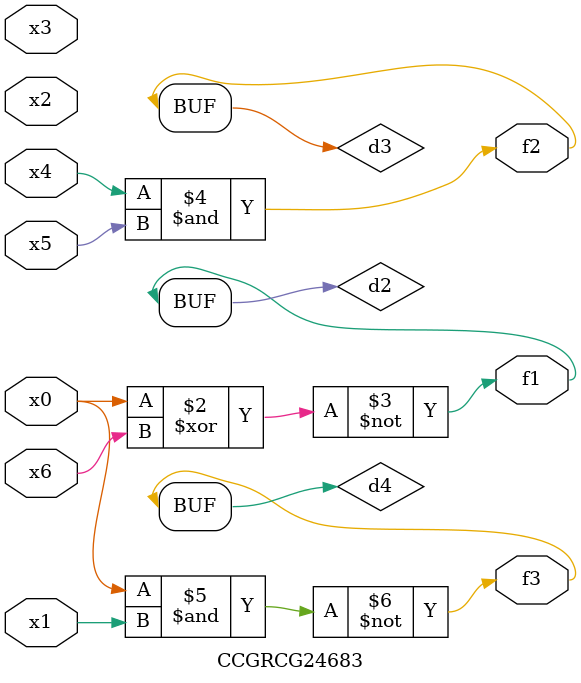
<source format=v>
module CCGRCG24683(
	input x0, x1, x2, x3, x4, x5, x6,
	output f1, f2, f3
);

	wire d1, d2, d3, d4;

	nor (d1, x0);
	xnor (d2, x0, x6);
	and (d3, x4, x5);
	nand (d4, x0, x1);
	assign f1 = d2;
	assign f2 = d3;
	assign f3 = d4;
endmodule

</source>
